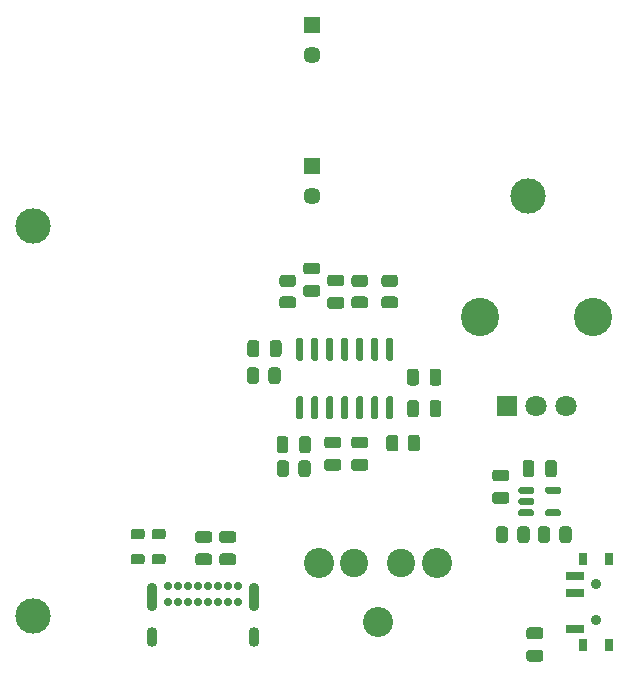
<source format=gbr>
G04 #@! TF.GenerationSoftware,KiCad,Pcbnew,(5.1.10)-1*
G04 #@! TF.CreationDate,2022-06-20T16:08:07+02:00*
G04 #@! TF.ProjectId,Project_Gmic,50726f6a-6563-4745-9f47-6d69632e6b69,V1.0*
G04 #@! TF.SameCoordinates,PX2e063a0PY928d170*
G04 #@! TF.FileFunction,Soldermask,Top*
G04 #@! TF.FilePolarity,Negative*
%FSLAX46Y46*%
G04 Gerber Fmt 4.6, Leading zero omitted, Abs format (unit mm)*
G04 Created by KiCad (PCBNEW (5.1.10)-1) date 2022-06-20 16:08:07*
%MOMM*%
%LPD*%
G01*
G04 APERTURE LIST*
%ADD10C,0.700000*%
%ADD11O,0.900000X2.400000*%
%ADD12O,0.900000X1.700000*%
%ADD13C,2.550000*%
%ADD14C,2.400000*%
%ADD15R,1.446000X1.446000*%
%ADD16C,1.446000*%
%ADD17C,0.900000*%
%ADD18R,1.500000X0.700000*%
%ADD19R,0.800000X1.000000*%
%ADD20R,1.800000X1.800000*%
%ADD21C,1.800000*%
%ADD22C,3.240000*%
%ADD23C,3.000000*%
G04 APERTURE END LIST*
G36*
G01*
X39947000Y26068000D02*
X39947000Y27018000D01*
G75*
G02*
X40197000Y27268000I250000J0D01*
G01*
X40697000Y27268000D01*
G75*
G02*
X40947000Y27018000I0J-250000D01*
G01*
X40947000Y26068000D01*
G75*
G02*
X40697000Y25818000I-250000J0D01*
G01*
X40197000Y25818000D01*
G75*
G02*
X39947000Y26068000I0J250000D01*
G01*
G37*
G36*
G01*
X38047000Y26068000D02*
X38047000Y27018000D01*
G75*
G02*
X38297000Y27268000I250000J0D01*
G01*
X38797000Y27268000D01*
G75*
G02*
X39047000Y27018000I0J-250000D01*
G01*
X39047000Y26068000D01*
G75*
G02*
X38797000Y25818000I-250000J0D01*
G01*
X38297000Y25818000D01*
G75*
G02*
X38047000Y26068000I0J250000D01*
G01*
G37*
G36*
G01*
X31529000Y33332000D02*
X32479000Y33332000D01*
G75*
G02*
X32729000Y33082000I0J-250000D01*
G01*
X32729000Y32582000D01*
G75*
G02*
X32479000Y32332000I-250000J0D01*
G01*
X31529000Y32332000D01*
G75*
G02*
X31279000Y32582000I0J250000D01*
G01*
X31279000Y33082000D01*
G75*
G02*
X31529000Y33332000I250000J0D01*
G01*
G37*
G36*
G01*
X31529000Y35232000D02*
X32479000Y35232000D01*
G75*
G02*
X32729000Y34982000I0J-250000D01*
G01*
X32729000Y34482000D01*
G75*
G02*
X32479000Y34232000I-250000J0D01*
G01*
X31529000Y34232000D01*
G75*
G02*
X31279000Y34482000I0J250000D01*
G01*
X31279000Y34982000D01*
G75*
G02*
X31529000Y35232000I250000J0D01*
G01*
G37*
G36*
G01*
X24524000Y28481000D02*
X24524000Y29431000D01*
G75*
G02*
X24774000Y29681000I250000J0D01*
G01*
X25274000Y29681000D01*
G75*
G02*
X25524000Y29431000I0J-250000D01*
G01*
X25524000Y28481000D01*
G75*
G02*
X25274000Y28231000I-250000J0D01*
G01*
X24774000Y28231000D01*
G75*
G02*
X24524000Y28481000I0J250000D01*
G01*
G37*
G36*
G01*
X26424000Y28481000D02*
X26424000Y29431000D01*
G75*
G02*
X26674000Y29681000I250000J0D01*
G01*
X27174000Y29681000D01*
G75*
G02*
X27424000Y29431000I0J-250000D01*
G01*
X27424000Y28481000D01*
G75*
G02*
X27174000Y28231000I-250000J0D01*
G01*
X26674000Y28231000D01*
G75*
G02*
X26424000Y28481000I0J250000D01*
G01*
G37*
G36*
G01*
X39947000Y23401000D02*
X39947000Y24351000D01*
G75*
G02*
X40197000Y24601000I250000J0D01*
G01*
X40697000Y24601000D01*
G75*
G02*
X40947000Y24351000I0J-250000D01*
G01*
X40947000Y23401000D01*
G75*
G02*
X40697000Y23151000I-250000J0D01*
G01*
X40197000Y23151000D01*
G75*
G02*
X39947000Y23401000I0J250000D01*
G01*
G37*
G36*
G01*
X38047000Y23401000D02*
X38047000Y24351000D01*
G75*
G02*
X38297000Y24601000I250000J0D01*
G01*
X38797000Y24601000D01*
G75*
G02*
X39047000Y24351000I0J-250000D01*
G01*
X39047000Y23401000D01*
G75*
G02*
X38797000Y23151000I-250000J0D01*
G01*
X38297000Y23151000D01*
G75*
G02*
X38047000Y23401000I0J250000D01*
G01*
G37*
G36*
G01*
X21303000Y12515000D02*
X20353000Y12515000D01*
G75*
G02*
X20103000Y12765000I0J250000D01*
G01*
X20103000Y13265000D01*
G75*
G02*
X20353000Y13515000I250000J0D01*
G01*
X21303000Y13515000D01*
G75*
G02*
X21553000Y13265000I0J-250000D01*
G01*
X21553000Y12765000D01*
G75*
G02*
X21303000Y12515000I-250000J0D01*
G01*
G37*
G36*
G01*
X21303000Y10615000D02*
X20353000Y10615000D01*
G75*
G02*
X20103000Y10865000I0J250000D01*
G01*
X20103000Y11365000D01*
G75*
G02*
X20353000Y11615000I250000J0D01*
G01*
X21303000Y11615000D01*
G75*
G02*
X21553000Y11365000I0J-250000D01*
G01*
X21553000Y10865000D01*
G75*
G02*
X21303000Y10615000I-250000J0D01*
G01*
G37*
G36*
G01*
X27998000Y21303000D02*
X27998000Y20353000D01*
G75*
G02*
X27748000Y20103000I-250000J0D01*
G01*
X27248000Y20103000D01*
G75*
G02*
X26998000Y20353000I0J250000D01*
G01*
X26998000Y21303000D01*
G75*
G02*
X27248000Y21553000I250000J0D01*
G01*
X27748000Y21553000D01*
G75*
G02*
X27998000Y21303000I0J-250000D01*
G01*
G37*
G36*
G01*
X29898000Y21303000D02*
X29898000Y20353000D01*
G75*
G02*
X29648000Y20103000I-250000J0D01*
G01*
X29148000Y20103000D01*
G75*
G02*
X28898000Y20353000I0J250000D01*
G01*
X28898000Y21303000D01*
G75*
G02*
X29148000Y21553000I250000J0D01*
G01*
X29648000Y21553000D01*
G75*
G02*
X29898000Y21303000I0J-250000D01*
G01*
G37*
G36*
G01*
X34511000Y18616000D02*
X33561000Y18616000D01*
G75*
G02*
X33311000Y18866000I0J250000D01*
G01*
X33311000Y19366000D01*
G75*
G02*
X33561000Y19616000I250000J0D01*
G01*
X34511000Y19616000D01*
G75*
G02*
X34761000Y19366000I0J-250000D01*
G01*
X34761000Y18866000D01*
G75*
G02*
X34511000Y18616000I-250000J0D01*
G01*
G37*
G36*
G01*
X34511000Y20516000D02*
X33561000Y20516000D01*
G75*
G02*
X33311000Y20766000I0J250000D01*
G01*
X33311000Y21266000D01*
G75*
G02*
X33561000Y21516000I250000J0D01*
G01*
X34511000Y21516000D01*
G75*
G02*
X34761000Y21266000I0J-250000D01*
G01*
X34761000Y20766000D01*
G75*
G02*
X34511000Y20516000I-250000J0D01*
G01*
G37*
G36*
G01*
X30447000Y35248000D02*
X29497000Y35248000D01*
G75*
G02*
X29247000Y35498000I0J250000D01*
G01*
X29247000Y35998000D01*
G75*
G02*
X29497000Y36248000I250000J0D01*
G01*
X30447000Y36248000D01*
G75*
G02*
X30697000Y35998000I0J-250000D01*
G01*
X30697000Y35498000D01*
G75*
G02*
X30447000Y35248000I-250000J0D01*
G01*
G37*
G36*
G01*
X30447000Y33348000D02*
X29497000Y33348000D01*
G75*
G02*
X29247000Y33598000I0J250000D01*
G01*
X29247000Y34098000D01*
G75*
G02*
X29497000Y34348000I250000J0D01*
G01*
X30447000Y34348000D01*
G75*
G02*
X30697000Y34098000I0J-250000D01*
G01*
X30697000Y33598000D01*
G75*
G02*
X30447000Y33348000I-250000J0D01*
G01*
G37*
G36*
G01*
X50726000Y19271000D02*
X50726000Y18321000D01*
G75*
G02*
X50476000Y18071000I-250000J0D01*
G01*
X49976000Y18071000D01*
G75*
G02*
X49726000Y18321000I0J250000D01*
G01*
X49726000Y19271000D01*
G75*
G02*
X49976000Y19521000I250000J0D01*
G01*
X50476000Y19521000D01*
G75*
G02*
X50726000Y19271000I0J-250000D01*
G01*
G37*
G36*
G01*
X48826000Y19271000D02*
X48826000Y18321000D01*
G75*
G02*
X48576000Y18071000I-250000J0D01*
G01*
X48076000Y18071000D01*
G75*
G02*
X47826000Y18321000I0J250000D01*
G01*
X47826000Y19271000D01*
G75*
G02*
X48076000Y19521000I250000J0D01*
G01*
X48576000Y19521000D01*
G75*
G02*
X48826000Y19271000I0J-250000D01*
G01*
G37*
G36*
G01*
X32225000Y18616000D02*
X31275000Y18616000D01*
G75*
G02*
X31025000Y18866000I0J250000D01*
G01*
X31025000Y19366000D01*
G75*
G02*
X31275000Y19616000I250000J0D01*
G01*
X32225000Y19616000D01*
G75*
G02*
X32475000Y19366000I0J-250000D01*
G01*
X32475000Y18866000D01*
G75*
G02*
X32225000Y18616000I-250000J0D01*
G01*
G37*
G36*
G01*
X32225000Y20516000D02*
X31275000Y20516000D01*
G75*
G02*
X31025000Y20766000I0J250000D01*
G01*
X31025000Y21266000D01*
G75*
G02*
X31275000Y21516000I250000J0D01*
G01*
X32225000Y21516000D01*
G75*
G02*
X32475000Y21266000I0J-250000D01*
G01*
X32475000Y20766000D01*
G75*
G02*
X32225000Y20516000I-250000J0D01*
G01*
G37*
G36*
G01*
X45499000Y18722000D02*
X46449000Y18722000D01*
G75*
G02*
X46699000Y18472000I0J-250000D01*
G01*
X46699000Y17972000D01*
G75*
G02*
X46449000Y17722000I-250000J0D01*
G01*
X45499000Y17722000D01*
G75*
G02*
X45249000Y17972000I0J250000D01*
G01*
X45249000Y18472000D01*
G75*
G02*
X45499000Y18722000I250000J0D01*
G01*
G37*
G36*
G01*
X45499000Y16822000D02*
X46449000Y16822000D01*
G75*
G02*
X46699000Y16572000I0J-250000D01*
G01*
X46699000Y16072000D01*
G75*
G02*
X46449000Y15822000I-250000J0D01*
G01*
X45499000Y15822000D01*
G75*
G02*
X45249000Y16072000I0J250000D01*
G01*
X45249000Y16572000D01*
G75*
G02*
X45499000Y16822000I250000J0D01*
G01*
G37*
D10*
X17780000Y8890000D03*
X18630000Y8890000D03*
X19480000Y8890000D03*
X20330000Y8890000D03*
X21180000Y8890000D03*
X22030000Y8890000D03*
X22880000Y8890000D03*
X23730000Y8890000D03*
X18630000Y7540000D03*
X20330000Y7540000D03*
X19480000Y7540000D03*
X17780000Y7540000D03*
X22030000Y7540000D03*
X22880000Y7540000D03*
X23730000Y7540000D03*
X21180000Y7540000D03*
D11*
X16430000Y7910000D03*
X25080000Y7910000D03*
D12*
X16430000Y4530000D03*
X25080000Y4530000D03*
D13*
X35560000Y5770000D03*
X40560000Y10770000D03*
X30560000Y10770000D03*
D14*
X37560000Y10770000D03*
X33560000Y10770000D03*
G36*
G01*
X15621250Y12817000D02*
X14858750Y12817000D01*
G75*
G02*
X14640000Y13035750I0J218750D01*
G01*
X14640000Y13473250D01*
G75*
G02*
X14858750Y13692000I218750J0D01*
G01*
X15621250Y13692000D01*
G75*
G02*
X15840000Y13473250I0J-218750D01*
G01*
X15840000Y13035750D01*
G75*
G02*
X15621250Y12817000I-218750J0D01*
G01*
G37*
G36*
G01*
X15621250Y10692000D02*
X14858750Y10692000D01*
G75*
G02*
X14640000Y10910750I0J218750D01*
G01*
X14640000Y11348250D01*
G75*
G02*
X14858750Y11567000I218750J0D01*
G01*
X15621250Y11567000D01*
G75*
G02*
X15840000Y11348250I0J-218750D01*
G01*
X15840000Y10910750D01*
G75*
G02*
X15621250Y10692000I-218750J0D01*
G01*
G37*
G36*
G01*
X17399250Y10692000D02*
X16636750Y10692000D01*
G75*
G02*
X16418000Y10910750I0J218750D01*
G01*
X16418000Y11348250D01*
G75*
G02*
X16636750Y11567000I218750J0D01*
G01*
X17399250Y11567000D01*
G75*
G02*
X17618000Y11348250I0J-218750D01*
G01*
X17618000Y10910750D01*
G75*
G02*
X17399250Y10692000I-218750J0D01*
G01*
G37*
G36*
G01*
X17399250Y12817000D02*
X16636750Y12817000D01*
G75*
G02*
X16418000Y13035750I0J218750D01*
G01*
X16418000Y13473250D01*
G75*
G02*
X16636750Y13692000I218750J0D01*
G01*
X17399250Y13692000D01*
G75*
G02*
X17618000Y13473250I0J-218750D01*
G01*
X17618000Y13035750D01*
G75*
G02*
X17399250Y12817000I-218750J0D01*
G01*
G37*
D15*
X29972000Y56388000D03*
D16*
X29972000Y53848000D03*
X29972000Y41910000D03*
D15*
X29972000Y44450000D03*
G36*
G01*
X34486001Y34182000D02*
X33585999Y34182000D01*
G75*
G02*
X33336000Y34431999I0J249999D01*
G01*
X33336000Y34957001D01*
G75*
G02*
X33585999Y35207000I249999J0D01*
G01*
X34486001Y35207000D01*
G75*
G02*
X34736000Y34957001I0J-249999D01*
G01*
X34736000Y34431999D01*
G75*
G02*
X34486001Y34182000I-249999J0D01*
G01*
G37*
G36*
G01*
X34486001Y32357000D02*
X33585999Y32357000D01*
G75*
G02*
X33336000Y32606999I0J249999D01*
G01*
X33336000Y33132001D01*
G75*
G02*
X33585999Y33382000I249999J0D01*
G01*
X34486001Y33382000D01*
G75*
G02*
X34736000Y33132001I0J-249999D01*
G01*
X34736000Y32606999D01*
G75*
G02*
X34486001Y32357000I-249999J0D01*
G01*
G37*
G36*
G01*
X27489999Y35207000D02*
X28390001Y35207000D01*
G75*
G02*
X28640000Y34957001I0J-249999D01*
G01*
X28640000Y34431999D01*
G75*
G02*
X28390001Y34182000I-249999J0D01*
G01*
X27489999Y34182000D01*
G75*
G02*
X27240000Y34431999I0J249999D01*
G01*
X27240000Y34957001D01*
G75*
G02*
X27489999Y35207000I249999J0D01*
G01*
G37*
G36*
G01*
X27489999Y33382000D02*
X28390001Y33382000D01*
G75*
G02*
X28640000Y33132001I0J-249999D01*
G01*
X28640000Y32606999D01*
G75*
G02*
X28390001Y32357000I-249999J0D01*
G01*
X27489999Y32357000D01*
G75*
G02*
X27240000Y32606999I0J249999D01*
G01*
X27240000Y33132001D01*
G75*
G02*
X27489999Y33382000I249999J0D01*
G01*
G37*
G36*
G01*
X36125999Y35207000D02*
X37026001Y35207000D01*
G75*
G02*
X37276000Y34957001I0J-249999D01*
G01*
X37276000Y34431999D01*
G75*
G02*
X37026001Y34182000I-249999J0D01*
G01*
X36125999Y34182000D01*
G75*
G02*
X35876000Y34431999I0J249999D01*
G01*
X35876000Y34957001D01*
G75*
G02*
X36125999Y35207000I249999J0D01*
G01*
G37*
G36*
G01*
X36125999Y33382000D02*
X37026001Y33382000D01*
G75*
G02*
X37276000Y33132001I0J-249999D01*
G01*
X37276000Y32606999D01*
G75*
G02*
X37026001Y32357000I-249999J0D01*
G01*
X36125999Y32357000D01*
G75*
G02*
X35876000Y32606999I0J249999D01*
G01*
X35876000Y33132001D01*
G75*
G02*
X36125999Y33382000I249999J0D01*
G01*
G37*
G36*
G01*
X25508000Y27120001D02*
X25508000Y26219999D01*
G75*
G02*
X25258001Y25970000I-249999J0D01*
G01*
X24732999Y25970000D01*
G75*
G02*
X24483000Y26219999I0J249999D01*
G01*
X24483000Y27120001D01*
G75*
G02*
X24732999Y27370000I249999J0D01*
G01*
X25258001Y27370000D01*
G75*
G02*
X25508000Y27120001I0J-249999D01*
G01*
G37*
G36*
G01*
X27333000Y27120001D02*
X27333000Y26219999D01*
G75*
G02*
X27083001Y25970000I-249999J0D01*
G01*
X26557999Y25970000D01*
G75*
G02*
X26308000Y26219999I0J249999D01*
G01*
X26308000Y27120001D01*
G75*
G02*
X26557999Y27370000I249999J0D01*
G01*
X27083001Y27370000D01*
G75*
G02*
X27333000Y27120001I0J-249999D01*
G01*
G37*
G36*
G01*
X36294000Y20504999D02*
X36294000Y21405001D01*
G75*
G02*
X36543999Y21655000I249999J0D01*
G01*
X37069001Y21655000D01*
G75*
G02*
X37319000Y21405001I0J-249999D01*
G01*
X37319000Y20504999D01*
G75*
G02*
X37069001Y20255000I-249999J0D01*
G01*
X36543999Y20255000D01*
G75*
G02*
X36294000Y20504999I0J249999D01*
G01*
G37*
G36*
G01*
X38119000Y20504999D02*
X38119000Y21405001D01*
G75*
G02*
X38368999Y21655000I249999J0D01*
G01*
X38894001Y21655000D01*
G75*
G02*
X39144000Y21405001I0J-249999D01*
G01*
X39144000Y20504999D01*
G75*
G02*
X38894001Y20255000I-249999J0D01*
G01*
X38368999Y20255000D01*
G75*
G02*
X38119000Y20504999I0J249999D01*
G01*
G37*
G36*
G01*
X28848000Y18345999D02*
X28848000Y19246001D01*
G75*
G02*
X29097999Y19496000I249999J0D01*
G01*
X29623001Y19496000D01*
G75*
G02*
X29873000Y19246001I0J-249999D01*
G01*
X29873000Y18345999D01*
G75*
G02*
X29623001Y18096000I-249999J0D01*
G01*
X29097999Y18096000D01*
G75*
G02*
X28848000Y18345999I0J249999D01*
G01*
G37*
G36*
G01*
X27023000Y18345999D02*
X27023000Y19246001D01*
G75*
G02*
X27272999Y19496000I249999J0D01*
G01*
X27798001Y19496000D01*
G75*
G02*
X28048000Y19246001I0J-249999D01*
G01*
X28048000Y18345999D01*
G75*
G02*
X27798001Y18096000I-249999J0D01*
G01*
X27272999Y18096000D01*
G75*
G02*
X27023000Y18345999I0J249999D01*
G01*
G37*
G36*
G01*
X48415000Y13658001D02*
X48415000Y12757999D01*
G75*
G02*
X48165001Y12508000I-249999J0D01*
G01*
X47639999Y12508000D01*
G75*
G02*
X47390000Y12757999I0J249999D01*
G01*
X47390000Y13658001D01*
G75*
G02*
X47639999Y13908000I249999J0D01*
G01*
X48165001Y13908000D01*
G75*
G02*
X48415000Y13658001I0J-249999D01*
G01*
G37*
G36*
G01*
X46590000Y13658001D02*
X46590000Y12757999D01*
G75*
G02*
X46340001Y12508000I-249999J0D01*
G01*
X45814999Y12508000D01*
G75*
G02*
X45565000Y12757999I0J249999D01*
G01*
X45565000Y13658001D01*
G75*
G02*
X45814999Y13908000I249999J0D01*
G01*
X46340001Y13908000D01*
G75*
G02*
X46590000Y13658001I0J-249999D01*
G01*
G37*
G36*
G01*
X50146000Y13658001D02*
X50146000Y12757999D01*
G75*
G02*
X49896001Y12508000I-249999J0D01*
G01*
X49370999Y12508000D01*
G75*
G02*
X49121000Y12757999I0J249999D01*
G01*
X49121000Y13658001D01*
G75*
G02*
X49370999Y13908000I249999J0D01*
G01*
X49896001Y13908000D01*
G75*
G02*
X50146000Y13658001I0J-249999D01*
G01*
G37*
G36*
G01*
X51971000Y13658001D02*
X51971000Y12757999D01*
G75*
G02*
X51721001Y12508000I-249999J0D01*
G01*
X51195999Y12508000D01*
G75*
G02*
X50946000Y12757999I0J249999D01*
G01*
X50946000Y13658001D01*
G75*
G02*
X51195999Y13908000I249999J0D01*
G01*
X51721001Y13908000D01*
G75*
G02*
X51971000Y13658001I0J-249999D01*
G01*
G37*
D17*
X54051000Y5993000D03*
X54051000Y8993000D03*
D18*
X52291000Y5243000D03*
X52291000Y8243000D03*
X52291000Y9743000D03*
D19*
X55151000Y3843000D03*
X55151000Y11143000D03*
X52941000Y11143000D03*
X52941000Y3843000D03*
G36*
G01*
X36426000Y29866000D02*
X36726000Y29866000D01*
G75*
G02*
X36876000Y29716000I0J-150000D01*
G01*
X36876000Y28066000D01*
G75*
G02*
X36726000Y27916000I-150000J0D01*
G01*
X36426000Y27916000D01*
G75*
G02*
X36276000Y28066000I0J150000D01*
G01*
X36276000Y29716000D01*
G75*
G02*
X36426000Y29866000I150000J0D01*
G01*
G37*
G36*
G01*
X35156000Y29866000D02*
X35456000Y29866000D01*
G75*
G02*
X35606000Y29716000I0J-150000D01*
G01*
X35606000Y28066000D01*
G75*
G02*
X35456000Y27916000I-150000J0D01*
G01*
X35156000Y27916000D01*
G75*
G02*
X35006000Y28066000I0J150000D01*
G01*
X35006000Y29716000D01*
G75*
G02*
X35156000Y29866000I150000J0D01*
G01*
G37*
G36*
G01*
X33886000Y29866000D02*
X34186000Y29866000D01*
G75*
G02*
X34336000Y29716000I0J-150000D01*
G01*
X34336000Y28066000D01*
G75*
G02*
X34186000Y27916000I-150000J0D01*
G01*
X33886000Y27916000D01*
G75*
G02*
X33736000Y28066000I0J150000D01*
G01*
X33736000Y29716000D01*
G75*
G02*
X33886000Y29866000I150000J0D01*
G01*
G37*
G36*
G01*
X32616000Y29866000D02*
X32916000Y29866000D01*
G75*
G02*
X33066000Y29716000I0J-150000D01*
G01*
X33066000Y28066000D01*
G75*
G02*
X32916000Y27916000I-150000J0D01*
G01*
X32616000Y27916000D01*
G75*
G02*
X32466000Y28066000I0J150000D01*
G01*
X32466000Y29716000D01*
G75*
G02*
X32616000Y29866000I150000J0D01*
G01*
G37*
G36*
G01*
X31346000Y29866000D02*
X31646000Y29866000D01*
G75*
G02*
X31796000Y29716000I0J-150000D01*
G01*
X31796000Y28066000D01*
G75*
G02*
X31646000Y27916000I-150000J0D01*
G01*
X31346000Y27916000D01*
G75*
G02*
X31196000Y28066000I0J150000D01*
G01*
X31196000Y29716000D01*
G75*
G02*
X31346000Y29866000I150000J0D01*
G01*
G37*
G36*
G01*
X30076000Y29866000D02*
X30376000Y29866000D01*
G75*
G02*
X30526000Y29716000I0J-150000D01*
G01*
X30526000Y28066000D01*
G75*
G02*
X30376000Y27916000I-150000J0D01*
G01*
X30076000Y27916000D01*
G75*
G02*
X29926000Y28066000I0J150000D01*
G01*
X29926000Y29716000D01*
G75*
G02*
X30076000Y29866000I150000J0D01*
G01*
G37*
G36*
G01*
X28806000Y29866000D02*
X29106000Y29866000D01*
G75*
G02*
X29256000Y29716000I0J-150000D01*
G01*
X29256000Y28066000D01*
G75*
G02*
X29106000Y27916000I-150000J0D01*
G01*
X28806000Y27916000D01*
G75*
G02*
X28656000Y28066000I0J150000D01*
G01*
X28656000Y29716000D01*
G75*
G02*
X28806000Y29866000I150000J0D01*
G01*
G37*
G36*
G01*
X28806000Y24916000D02*
X29106000Y24916000D01*
G75*
G02*
X29256000Y24766000I0J-150000D01*
G01*
X29256000Y23116000D01*
G75*
G02*
X29106000Y22966000I-150000J0D01*
G01*
X28806000Y22966000D01*
G75*
G02*
X28656000Y23116000I0J150000D01*
G01*
X28656000Y24766000D01*
G75*
G02*
X28806000Y24916000I150000J0D01*
G01*
G37*
G36*
G01*
X30076000Y24916000D02*
X30376000Y24916000D01*
G75*
G02*
X30526000Y24766000I0J-150000D01*
G01*
X30526000Y23116000D01*
G75*
G02*
X30376000Y22966000I-150000J0D01*
G01*
X30076000Y22966000D01*
G75*
G02*
X29926000Y23116000I0J150000D01*
G01*
X29926000Y24766000D01*
G75*
G02*
X30076000Y24916000I150000J0D01*
G01*
G37*
G36*
G01*
X31346000Y24916000D02*
X31646000Y24916000D01*
G75*
G02*
X31796000Y24766000I0J-150000D01*
G01*
X31796000Y23116000D01*
G75*
G02*
X31646000Y22966000I-150000J0D01*
G01*
X31346000Y22966000D01*
G75*
G02*
X31196000Y23116000I0J150000D01*
G01*
X31196000Y24766000D01*
G75*
G02*
X31346000Y24916000I150000J0D01*
G01*
G37*
G36*
G01*
X32616000Y24916000D02*
X32916000Y24916000D01*
G75*
G02*
X33066000Y24766000I0J-150000D01*
G01*
X33066000Y23116000D01*
G75*
G02*
X32916000Y22966000I-150000J0D01*
G01*
X32616000Y22966000D01*
G75*
G02*
X32466000Y23116000I0J150000D01*
G01*
X32466000Y24766000D01*
G75*
G02*
X32616000Y24916000I150000J0D01*
G01*
G37*
G36*
G01*
X33886000Y24916000D02*
X34186000Y24916000D01*
G75*
G02*
X34336000Y24766000I0J-150000D01*
G01*
X34336000Y23116000D01*
G75*
G02*
X34186000Y22966000I-150000J0D01*
G01*
X33886000Y22966000D01*
G75*
G02*
X33736000Y23116000I0J150000D01*
G01*
X33736000Y24766000D01*
G75*
G02*
X33886000Y24916000I150000J0D01*
G01*
G37*
G36*
G01*
X35156000Y24916000D02*
X35456000Y24916000D01*
G75*
G02*
X35606000Y24766000I0J-150000D01*
G01*
X35606000Y23116000D01*
G75*
G02*
X35456000Y22966000I-150000J0D01*
G01*
X35156000Y22966000D01*
G75*
G02*
X35006000Y23116000I0J150000D01*
G01*
X35006000Y24766000D01*
G75*
G02*
X35156000Y24916000I150000J0D01*
G01*
G37*
G36*
G01*
X36426000Y24916000D02*
X36726000Y24916000D01*
G75*
G02*
X36876000Y24766000I0J-150000D01*
G01*
X36876000Y23116000D01*
G75*
G02*
X36726000Y22966000I-150000J0D01*
G01*
X36426000Y22966000D01*
G75*
G02*
X36276000Y23116000I0J150000D01*
G01*
X36276000Y24766000D01*
G75*
G02*
X36426000Y24916000I150000J0D01*
G01*
G37*
G36*
G01*
X49751000Y16802000D02*
X49751000Y17102000D01*
G75*
G02*
X49901000Y17252000I150000J0D01*
G01*
X50926000Y17252000D01*
G75*
G02*
X51076000Y17102000I0J-150000D01*
G01*
X51076000Y16802000D01*
G75*
G02*
X50926000Y16652000I-150000J0D01*
G01*
X49901000Y16652000D01*
G75*
G02*
X49751000Y16802000I0J150000D01*
G01*
G37*
G36*
G01*
X49751000Y14902000D02*
X49751000Y15202000D01*
G75*
G02*
X49901000Y15352000I150000J0D01*
G01*
X50926000Y15352000D01*
G75*
G02*
X51076000Y15202000I0J-150000D01*
G01*
X51076000Y14902000D01*
G75*
G02*
X50926000Y14752000I-150000J0D01*
G01*
X49901000Y14752000D01*
G75*
G02*
X49751000Y14902000I0J150000D01*
G01*
G37*
G36*
G01*
X47476000Y14902000D02*
X47476000Y15202000D01*
G75*
G02*
X47626000Y15352000I150000J0D01*
G01*
X48651000Y15352000D01*
G75*
G02*
X48801000Y15202000I0J-150000D01*
G01*
X48801000Y14902000D01*
G75*
G02*
X48651000Y14752000I-150000J0D01*
G01*
X47626000Y14752000D01*
G75*
G02*
X47476000Y14902000I0J150000D01*
G01*
G37*
G36*
G01*
X47476000Y15852000D02*
X47476000Y16152000D01*
G75*
G02*
X47626000Y16302000I150000J0D01*
G01*
X48651000Y16302000D01*
G75*
G02*
X48801000Y16152000I0J-150000D01*
G01*
X48801000Y15852000D01*
G75*
G02*
X48651000Y15702000I-150000J0D01*
G01*
X47626000Y15702000D01*
G75*
G02*
X47476000Y15852000I0J150000D01*
G01*
G37*
G36*
G01*
X47476000Y16802000D02*
X47476000Y17102000D01*
G75*
G02*
X47626000Y17252000I150000J0D01*
G01*
X48651000Y17252000D01*
G75*
G02*
X48801000Y17102000I0J-150000D01*
G01*
X48801000Y16802000D01*
G75*
G02*
X48651000Y16652000I-150000J0D01*
G01*
X47626000Y16652000D01*
G75*
G02*
X47476000Y16802000I0J150000D01*
G01*
G37*
G36*
G01*
X23335000Y12515000D02*
X22385000Y12515000D01*
G75*
G02*
X22135000Y12765000I0J250000D01*
G01*
X22135000Y13265000D01*
G75*
G02*
X22385000Y13515000I250000J0D01*
G01*
X23335000Y13515000D01*
G75*
G02*
X23585000Y13265000I0J-250000D01*
G01*
X23585000Y12765000D01*
G75*
G02*
X23335000Y12515000I-250000J0D01*
G01*
G37*
G36*
G01*
X23335000Y10615000D02*
X22385000Y10615000D01*
G75*
G02*
X22135000Y10865000I0J250000D01*
G01*
X22135000Y11365000D01*
G75*
G02*
X22385000Y11615000I250000J0D01*
G01*
X23335000Y11615000D01*
G75*
G02*
X23585000Y11365000I0J-250000D01*
G01*
X23585000Y10865000D01*
G75*
G02*
X23335000Y10615000I-250000J0D01*
G01*
G37*
D20*
X46482000Y24130000D03*
D21*
X48982000Y24130000D03*
X51482000Y24130000D03*
D22*
X53782000Y31630000D03*
X44182000Y31630000D03*
D23*
X6350000Y6350000D03*
X6350000Y39370000D03*
X48260000Y41910000D03*
G36*
G01*
X48385000Y5350000D02*
X49335000Y5350000D01*
G75*
G02*
X49585000Y5100000I0J-250000D01*
G01*
X49585000Y4600000D01*
G75*
G02*
X49335000Y4350000I-250000J0D01*
G01*
X48385000Y4350000D01*
G75*
G02*
X48135000Y4600000I0J250000D01*
G01*
X48135000Y5100000D01*
G75*
G02*
X48385000Y5350000I250000J0D01*
G01*
G37*
G36*
G01*
X48385000Y3450000D02*
X49335000Y3450000D01*
G75*
G02*
X49585000Y3200000I0J-250000D01*
G01*
X49585000Y2700000D01*
G75*
G02*
X49335000Y2450000I-250000J0D01*
G01*
X48385000Y2450000D01*
G75*
G02*
X48135000Y2700000I0J250000D01*
G01*
X48135000Y3200000D01*
G75*
G02*
X48385000Y3450000I250000J0D01*
G01*
G37*
M02*

</source>
